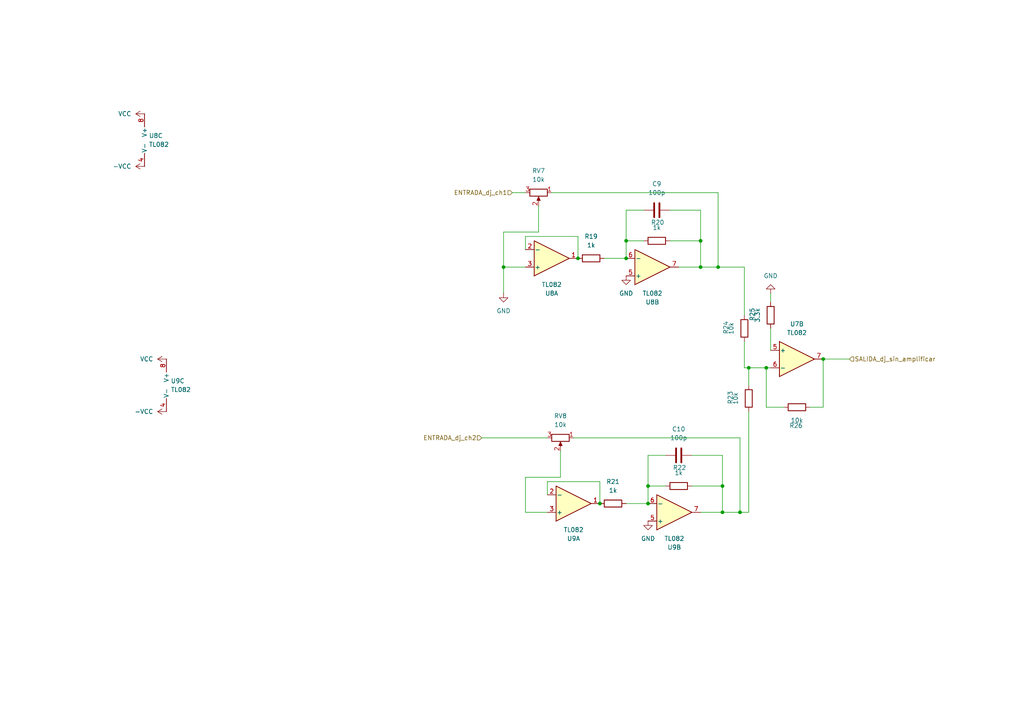
<source format=kicad_sch>
(kicad_sch (version 20231120) (generator "eeschema") (generator_version "8.0")
  (paper "A4")
  (lib_symbols
    (symbol "c:C" (pin_numbers hide) (pin_names (offset 0.254))
      (property "Reference" "C" (at 0.635 2.54 0))
      (property "Value" "C" (at 0.635 -2.54 0))
      (symbol "C_0_1"
        (polyline (pts (xy -2.032 -0.762) (xy 2.032 -0.762)) (stroke (width 0.508)))
        (polyline (pts (xy -2.032 0.762) (xy 2.032 0.762)) (stroke (width 0.508)))
      )
      (symbol "C_1_1"
        (pin passive line (at 0 3.81 270) (length 2.794) (name "~") (number "1"))
        (pin passive line (at 0 -3.81 90) (length 2.794) (name "~") (number "2"))
      )
    )
    (symbol "power:GND" (power) (pin_numbers hide) (pin_names (offset 0) hide)
      (property "Value" "GND" (at 0 -3.81 0))
      (symbol "GND_0_1"
        (polyline (pts (xy 0 0) (xy 0 -1.27) (xy 1.27 -1.27) (xy 0 -2.54) (xy -1.27 -1.27) (xy 0 -1.27)))
      )
      (symbol "GND_1_1"
        (pin power_in line (at 0 0 270) (length 0) (name "~") (number "1"))
      )
    )
    (symbol "power:VCC" (power) (pin_numbers hide) (pin_names (offset 0) hide)
      (property "Value" "VCC" (at 0 3.556 0))
      (symbol "VCC_0_1"
        (polyline (pts (xy -0.762 1.27) (xy 0 2.54)))
        (polyline (pts (xy 0 0) (xy 0 2.54)))
        (polyline (pts (xy 0 2.54) (xy 0.762 1.27)))
      )
      (symbol "VCC_1_1"
        (pin power_in line (at 0 0 90) (length 0) (name "~") (number "1"))
      )
    )
    (symbol "r:R" (pin_numbers hide) (pin_names (offset 0))
      (property "Reference" "R" (at 2.032 0 90))
      (property "Value" "R" (at 0 0 90))
      (symbol "R_0_1"
        (rectangle (start -1.016 -2.54) (end 1.016 2.54) (stroke (width 0.254)))
      )
      (symbol "R_1_1"
        (pin passive line (at 0 3.81 270) (length 1.27) (name "~") (number "1"))
        (pin passive line (at 0 -3.81 90) (length 1.27) (name "~") (number "2"))
      )
    )
    (symbol "r_potentiometer:R_Potentiometer" (pin_names (offset 1.016) hide)
      (property "Reference" "RV" (at -4.445 0 90))
      (property "Value" "R_Potentiometer" (at -2.54 0 90))
      (symbol "R_Potentiometer_0_1"
        (polyline (pts (xy 2.54 0) (xy 1.524 0)))
        (polyline (pts (xy 1.143 0) (xy 2.286 0.508) (xy 2.286 -0.508) (xy 1.143 0)) (fill (type outline)))
        (rectangle (start 1.016 2.54) (end -1.016 -2.54) (stroke (width 0.254)))
      )
      (symbol "R_Potentiometer_1_1"
        (pin passive line (at 0 3.81 270) (length 1.27) (name "1") (number "1"))
        (pin passive line (at 3.81 0 180) (length 1.27) (name "2") (number "2"))
        (pin passive line (at 0 -3.81 90) (length 1.27) (name "3") (number "3"))
      )
    )
    (symbol "tl082:TL082" (pin_names (offset 0.127))
      (property "Reference" "U" (at 0 5.08 0))
      (property "Value" "TL082" (at 0 -5.08 0))
      (symbol "TL082_1_1"
        (polyline (pts (xy -5.08 5.08) (xy 5.08 0) (xy -5.08 -5.08) (xy -5.08 5.08)) (stroke (width 0.254)) (fill (type background)))
        (pin output line (at 7.62 0 180) (length 2.54) (name "~") (number "1"))
        (pin input line (at -7.62 -2.54 0) (length 2.54) (name "-") (number "2"))
        (pin input line (at -7.62 2.54 0) (length 2.54) (name "+") (number "3"))
      )
      (symbol "TL082_2_1"
        (polyline (pts (xy -5.08 5.08) (xy 5.08 0) (xy -5.08 -5.08) (xy -5.08 5.08)) (stroke (width 0.254)) (fill (type background)))
        (pin input line (at -7.62 2.54 0) (length 2.54) (name "+") (number "5"))
        (pin input line (at -7.62 -2.54 0) (length 2.54) (name "-") (number "6"))
        (pin output line (at 7.62 0 180) (length 2.54) (name "~") (number "7"))
      )
      (symbol "TL082_3_1"
        (pin power_in line (at -2.54 -7.62 90) (length 3.81) (name "V-") (number "4"))
        (pin power_in line (at -2.54 7.62 270) (length 3.81) (name "V+") (number "8"))
      )
    )
  )
  (junction (at 167.64 74.93))
  (junction (at 222.25 106.68))
  (junction (at 203.2 69.85))
  (junction (at 203.2 77.47))
  (junction (at 187.96 146.05))
  (junction (at 238.76 104.14))
  (junction (at 209.55 140.97))
  (junction (at 181.61 69.85))
  (junction (at 217.17 106.68))
  (junction (at 146.05 77.47))
  (junction (at 181.61 74.93))
  (junction (at 209.55 148.59))
  (junction (at 173.99 146.05))
  (junction (at 187.96 140.97))
  (junction (at 208.28 77.47))
  (junction (at 214.63 148.59))
  (wire (pts (xy 203.2 69.85) (xy 203.2 77.47)))
  (wire (pts (xy 152.4 68.58) (xy 167.64 68.58)))
  (wire (pts (xy 181.61 69.85) (xy 181.61 60.96)))
  (wire (pts (xy 200.66 132.08) (xy 209.55 132.08)))
  (wire (pts (xy 214.63 148.59) (xy 209.55 148.59)))
  (wire (pts (xy 160.02 55.88) (xy 208.28 55.88)))
  (wire (pts (xy 217.17 148.59) (xy 217.17 119.38)))
  (wire (pts (xy 209.55 148.59) (xy 203.2 148.59)))
  (wire (pts (xy 215.9 77.47) (xy 215.9 91.44)))
  (wire (pts (xy 214.63 148.59) (xy 217.17 148.59)))
  (wire (pts (xy 203.2 69.85) (xy 194.31 69.85)))
  (wire (pts (xy 152.4 138.43) (xy 152.4 148.59)))
  (wire (pts (xy 209.55 140.97) (xy 209.55 148.59)))
  (wire (pts (xy 146.05 77.47) (xy 146.05 85.09)))
  (wire (pts (xy 158.75 143.51) (xy 158.75 139.7)))
  (wire (pts (xy 215.9 106.68) (xy 217.17 106.68)))
  (wire (pts (xy 209.55 132.08) (xy 209.55 140.97)))
  (wire (pts (xy 146.05 77.47) (xy 152.4 77.47)))
  (wire (pts (xy 173.99 139.7) (xy 173.99 146.05)))
  (wire (pts (xy 234.95 118.11) (xy 238.76 118.11)))
  (wire (pts (xy 167.64 68.58) (xy 167.64 74.93)))
  (wire (pts (xy 146.05 67.31) (xy 146.05 77.47)))
  (wire (pts (xy 187.96 132.08) (xy 193.04 132.08)))
  (wire (pts (xy 209.55 140.97) (xy 200.66 140.97)))
  (wire (pts (xy 162.56 138.43) (xy 152.4 138.43)))
  (wire (pts (xy 156.21 67.31) (xy 146.05 67.31)))
  (wire (pts (xy 158.75 139.7) (xy 173.99 139.7)))
  (wire (pts (xy 139.7 127) (xy 158.75 127)))
  (wire (pts (xy 238.76 118.11) (xy 238.76 104.14)))
  (wire (pts (xy 181.61 69.85) (xy 186.69 69.85)))
  (wire (pts (xy 214.63 127) (xy 214.63 148.59)))
  (wire (pts (xy 203.2 60.96) (xy 203.2 69.85)))
  (wire (pts (xy 208.28 77.47) (xy 203.2 77.47)))
  (wire (pts (xy 223.52 85.09) (xy 223.52 87.63)))
  (wire (pts (xy 152.4 148.59) (xy 158.75 148.59)))
  (wire (pts (xy 217.17 111.76) (xy 217.17 106.68)))
  (wire (pts (xy 222.25 106.68) (xy 223.52 106.68)))
  (wire (pts (xy 156.21 59.69) (xy 156.21 67.31)))
  (wire (pts (xy 187.96 146.05) (xy 187.96 140.97)))
  (wire (pts (xy 222.25 106.68) (xy 222.25 118.11)))
  (wire (pts (xy 194.31 60.96) (xy 203.2 60.96)))
  (wire (pts (xy 152.4 72.39) (xy 152.4 68.58)))
  (wire (pts (xy 181.61 60.96) (xy 186.69 60.96)))
  (wire (pts (xy 181.61 146.05) (xy 187.96 146.05)))
  (wire (pts (xy 162.56 130.81) (xy 162.56 138.43)))
  (wire (pts (xy 208.28 55.88) (xy 208.28 77.47)))
  (wire (pts (xy 175.26 74.93) (xy 181.61 74.93)))
  (wire (pts (xy 187.96 140.97) (xy 187.96 132.08)))
  (wire (pts (xy 217.17 106.68) (xy 222.25 106.68)))
  (wire (pts (xy 222.25 118.11) (xy 227.33 118.11)))
  (wire (pts (xy 208.28 77.47) (xy 215.9 77.47)))
  (wire (pts (xy 152.4 55.88) (xy 148.59 55.88)))
  (wire (pts (xy 238.76 104.14) (xy 246.38 104.14)))
  (wire (pts (xy 203.2 77.47) (xy 196.85 77.47)))
  (wire (pts (xy 223.52 95.25) (xy 223.52 101.6)))
  (wire (pts (xy 187.96 140.97) (xy 193.04 140.97)))
  (wire (pts (xy 215.9 99.06) (xy 215.9 106.68)))
  (wire (pts (xy 181.61 74.93) (xy 181.61 69.85)))
  (wire (pts (xy 166.37 127) (xy 214.63 127)))
  (hierarchical_label "ENTRADA_dj_ch2" (shape input) (at 139.7 127 180))
  (hierarchical_label "ENTRADA_dj_ch1" (shape input) (at 148.59 55.88 180))
  (hierarchical_label "SALIDA_dj_sin_amplificar" (shape input) (at 246.38 104.14 0))
  (symbol (lib_id "r:R") (at 171.45 74.93 90) (unit 1)
    (property "Reference" "R19" (at 171.45 68.58 90))
    (property "Value" "1k" (at 171.45 71.12 90))
    (property "Footprint" "huellas_mm:R_0805_2012Metric_Pad1.20x1.40mm_HandSolder" (effects (hide yes)))
    (property "Description" "Resistor" (effects (hide yes)))
  )
  (symbol (lib_id "c:C") (at 196.85 132.08 90) (unit 1)
    (property "Reference" "C10" (at 196.85 124.46 90))
    (property "Value" "100p" (at 196.85 127 90))
    (property "Footprint" "huellas_mm:C_0805_2012Metric_Pad1.18x1.45mm_HandSolder" (effects (hide yes)))
    (property "Description" "Unpolarized capacitor" (effects (hide yes)))
  )
  (symbol (lib_id "tl082:TL082") (at 195.58 148.59 0) (mirror x) (unit 2)
    (property "Reference" "U9" (at 195.58 158.75 0))
    (property "Value" "TL082" (at 195.58 156.21 0))
    (property "Footprint" "huellas_mm:SOIC-8_3.9x4.9mm_P1.27mm" (effects (hide yes)))
    (property "Datasheet" "http://www.ti.com/lit/ds/symlink/tl081.pdf" (effects (hide yes)))
    (property "Description" "Dual JFET-Input Operational Amplifiers, DIP-8/SOIC-8/SSOP-8" (effects (hide yes)))
  )
  (symbol (lib_id "power:VCC") (at 41.91 48.26 90) (unit 1)
    (property "Reference" "#PWR052" (effects (hide yes)))
    (property "Value" "-VCC" (at 38.1 48.2599 90) (effects (justify left)))
    (property "Description" "Power symbol creates a global label with name \"VCC\"" (effects (hide yes)))
  )
  (symbol (lib_id "tl082:TL082") (at 44.45 40.64 0) (unit 3)
    (property "Reference" "U8" (at 43.18 39.3699 0) (effects (justify left)))
    (property "Value" "TL082" (at 43.18 41.9099 0) (effects (justify left)))
    (property "Footprint" "huellas_mm:SOIC-8_3.9x4.9mm_P1.27mm" (effects (hide yes)))
    (property "Datasheet" "http://www.ti.com/lit/ds/symlink/tl081.pdf" (effects (hide yes)))
    (property "Description" "Dual JFET-Input Operational Amplifiers, DIP-8/SOIC-8/SSOP-8" (effects (hide yes)))
  )
  (symbol (lib_id "tl082:TL082") (at 160.02 74.93 0) (mirror x) (unit 1)
    (property "Reference" "U8" (at 160.02 85.09 0))
    (property "Value" "TL082" (at 160.02 82.55 0))
    (property "Footprint" "huellas_mm:SOIC-8_3.9x4.9mm_P1.27mm" (effects (hide yes)))
    (property "Datasheet" "http://www.ti.com/lit/ds/symlink/tl081.pdf" (effects (hide yes)))
    (property "Description" "Dual JFET-Input Operational Amplifiers, DIP-8/SOIC-8/SSOP-8" (effects (hide yes)))
  )
  (symbol (lib_id "power:VCC") (at 48.26 119.38 90) (unit 1)
    (property "Reference" "#PWR055" (effects (hide yes)))
    (property "Value" "-VCC" (at 44.45 119.3799 90) (effects (justify left)))
    (property "Description" "Power symbol creates a global label with name \"VCC\"" (effects (hide yes)))
  )
  (symbol (lib_id "r_potentiometer:R_Potentiometer") (at 156.21 55.88 270) (unit 1)
    (property "Reference" "RV7" (at 156.21 49.53 90))
    (property "Value" "10k" (at 156.21 52.07 90))
    (property "Footprint" "huellas_mm:PinHeader_1x03_P2.54mm_Vertical" (effects (hide yes)))
    (property "Description" "Potentiometer" (effects (hide yes)))
  )
  (symbol (lib_id "power:VCC") (at 48.26 104.14 90) (unit 1)
    (property "Reference" "#PWR054" (effects (hide yes)))
    (property "Value" "VCC" (at 44.45 104.1399 90) (effects (justify left)))
    (property "Description" "Power symbol creates a global label with name \"VCC\"" (effects (hide yes)))
  )
  (symbol (lib_id "r:R") (at 177.8 146.05 90) (unit 1)
    (property "Reference" "R21" (at 177.8 139.7 90))
    (property "Value" "1k" (at 177.8 142.24 90))
    (property "Footprint" "huellas_mm:R_0805_2012Metric_Pad1.20x1.40mm_HandSolder" (effects (hide yes)))
    (property "Description" "Resistor" (effects (hide yes)))
  )
  (symbol (lib_id "r:R") (at 223.52 91.44 180) (unit 1)
    (property "Reference" "R25" (at 218.186 91.186 90))
    (property "Value" "3.3k" (at 219.71 91.44 90))
    (property "Footprint" "huellas_mm:R_0805_2012Metric_Pad1.20x1.40mm_HandSolder" (effects (hide yes)))
    (property "Description" "Resistor" (effects (hide yes)))
  )
  (symbol (lib_id "r:R") (at 190.5 69.85 90) (unit 1)
    (property "Reference" "R20" (at 190.754 64.516 90))
    (property "Value" "1k" (at 190.5 66.04 90))
    (property "Footprint" "huellas_mm:R_0805_2012Metric_Pad1.20x1.40mm_HandSolder" (effects (hide yes)))
    (property "Description" "Resistor" (effects (hide yes)))
  )
  (symbol (lib_id "power:GND") (at 181.61 80.01 0) (unit 1)
    (property "Reference" "#PWR023" (effects (hide yes)))
    (property "Value" "GND" (at 181.61 85.09 0))
    (property "Description" "Power symbol creates a global label with name \"GND\" , ground" (effects (hide yes)))
  )
  (symbol (lib_id "r:R") (at 215.9 95.25 180) (unit 1)
    (property "Reference" "R24" (at 210.566 94.996 90))
    (property "Value" "10k" (at 212.09 95.25 90))
    (property "Footprint" "huellas_mm:R_0805_2012Metric_Pad1.20x1.40mm_HandSolder" (effects (hide yes)))
    (property "Description" "Resistor" (effects (hide yes)))
  )
  (symbol (lib_id "r:R") (at 196.85 140.97 90) (unit 1)
    (property "Reference" "R22" (at 197.104 135.636 90))
    (property "Value" "1k" (at 196.85 137.16 90))
    (property "Footprint" "huellas_mm:R_0805_2012Metric_Pad1.20x1.40mm_HandSolder" (effects (hide yes)))
    (property "Description" "Resistor" (effects (hide yes)))
  )
  (symbol (lib_id "c:C") (at 190.5 60.96 90) (unit 1)
    (property "Reference" "C9" (at 190.5 53.34 90))
    (property "Value" "100p" (at 190.5 55.88 90))
    (property "Footprint" "huellas_mm:C_0805_2012Metric_Pad1.18x1.45mm_HandSolder" (effects (hide yes)))
    (property "Description" "Unpolarized capacitor" (effects (hide yes)))
  )
  (symbol (lib_id "tl082:TL082") (at 231.14 104.14 0) (unit 2)
    (property "Reference" "U7" (at 231.14 93.98 0))
    (property "Value" "TL082" (at 231.14 96.52 0))
    (property "Footprint" "huellas_mm:SOIC-8_3.9x4.9mm_P1.27mm" (effects (hide yes)))
    (property "Datasheet" "http://www.ti.com/lit/ds/symlink/tl081.pdf" (effects (hide yes)))
    (property "Description" "Dual JFET-Input Operational Amplifiers, DIP-8/SOIC-8/SSOP-8" (effects (hide yes)))
  )
  (symbol (lib_id "r:R") (at 217.17 115.57 180) (unit 1)
    (property "Reference" "R23" (at 211.836 115.316 90))
    (property "Value" "10k" (at 213.36 115.57 90))
    (property "Footprint" "huellas_mm:R_0805_2012Metric_Pad1.20x1.40mm_HandSolder" (effects (hide yes)))
    (property "Description" "Resistor" (effects (hide yes)))
  )
  (symbol (lib_id "r_potentiometer:R_Potentiometer") (at 162.56 127 270) (unit 1)
    (property "Reference" "RV8" (at 162.56 120.65 90))
    (property "Value" "10k" (at 162.56 123.19 90))
    (property "Footprint" "huellas_mm:PinHeader_1x03_P2.54mm_Vertical" (effects (hide yes)))
    (property "Description" "Potentiometer" (effects (hide yes)))
  )
  (symbol (lib_id "power:GND") (at 146.05 85.09 0) (unit 1)
    (property "Reference" "#PWR021" (effects (hide yes)))
    (property "Value" "GND" (at 146.05 90.17 0))
    (property "Description" "Power symbol creates a global label with name \"GND\" , ground" (effects (hide yes)))
  )
  (symbol (lib_id "power:VCC") (at 41.91 33.02 90) (unit 1)
    (property "Reference" "#PWR050" (effects (hide yes)))
    (property "Value" "VCC" (at 38.1 33.0199 90) (effects (justify left)))
    (property "Description" "Power symbol creates a global label with name \"VCC\"" (effects (hide yes)))
  )
  (symbol (lib_id "power:GND") (at 187.96 151.13 0) (unit 1)
    (property "Reference" "#PWR024" (effects (hide yes)))
    (property "Value" "GND" (at 187.96 156.21 0))
    (property "Description" "Power symbol creates a global label with name \"GND\" , ground" (effects (hide yes)))
  )
  (symbol (lib_id "r:R") (at 231.14 118.11 270) (unit 1)
    (property "Reference" "R26" (at 230.886 123.444 90))
    (property "Value" "10k" (at 231.14 121.92 90))
    (property "Footprint" "huellas_mm:R_0805_2012Metric_Pad1.20x1.40mm_HandSolder" (effects (hide yes)))
    (property "Description" "Resistor" (effects (hide yes)))
  )
  (symbol (lib_id "tl082:TL082") (at 189.23 77.47 0) (mirror x) (unit 2)
    (property "Reference" "U8" (at 189.23 87.63 0))
    (property "Value" "TL082" (at 189.23 85.09 0))
    (property "Footprint" "huellas_mm:SOIC-8_3.9x4.9mm_P1.27mm" (effects (hide yes)))
    (property "Datasheet" "http://www.ti.com/lit/ds/symlink/tl081.pdf" (effects (hide yes)))
    (property "Description" "Dual JFET-Input Operational Amplifiers, DIP-8/SOIC-8/SSOP-8" (effects (hide yes)))
  )
  (symbol (lib_id "power:GND") (at 223.52 85.09 180) (unit 1)
    (property "Reference" "#PWR027" (effects (hide yes)))
    (property "Value" "GND" (at 223.52 80.01 0))
    (property "Description" "Power symbol creates a global label with name \"GND\" , ground" (effects (hide yes)))
  )
  (symbol (lib_id "tl082:TL082") (at 50.8 111.76 0) (unit 3)
    (property "Reference" "U9" (at 49.53 110.4899 0) (effects (justify left)))
    (property "Value" "TL082" (at 49.53 113.0299 0) (effects (justify left)))
    (property "Footprint" "huellas_mm:SOIC-8_3.9x4.9mm_P1.27mm" (effects (hide yes)))
    (property "Datasheet" "http://www.ti.com/lit/ds/symlink/tl081.pdf" (effects (hide yes)))
    (property "Description" "Dual JFET-Input Operational Amplifiers, DIP-8/SOIC-8/SSOP-8" (effects (hide yes)))
  )
  (symbol (lib_id "tl082:TL082") (at 166.37 146.05 0) (mirror x) (unit 1)
    (property "Reference" "U9" (at 166.37 156.21 0))
    (property "Value" "TL082" (at 166.37 153.67 0))
    (property "Footprint" "huellas_mm:SOIC-8_3.9x4.9mm_P1.27mm" (effects (hide yes)))
    (property "Datasheet" "http://www.ti.com/lit/ds/symlink/tl081.pdf" (effects (hide yes)))
    (property "Description" "Dual JFET-Input Operational Amplifiers, DIP-8/SOIC-8/SSOP-8" (effects (hide yes)))
  )
)
</source>
